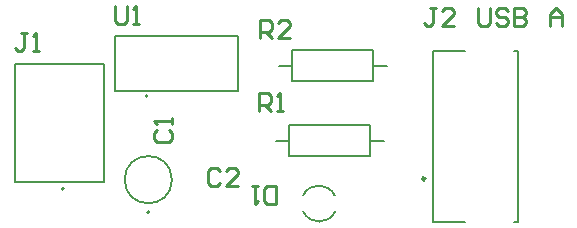
<source format=gbr>
%TF.GenerationSoftware,Altium Limited,Altium Designer,24.5.2 (23)*%
G04 Layer_Color=65535*
%FSLAX45Y45*%
%MOMM*%
%TF.SameCoordinates,212D60A0-F292-481F-8A48-AB94694DD674*%
%TF.FilePolarity,Positive*%
%TF.FileFunction,Legend,Top*%
%TF.Part,Single*%
G01*
G75*
%TA.AperFunction,NonConductor*%
%ADD24C,0.12700*%
%ADD25C,0.20000*%
%ADD26C,0.30000*%
%ADD27C,0.25400*%
D24*
X5351237Y2913802D02*
G03*
X5083230Y2913802I-134004J-62487D01*
G01*
X5086163Y2777798D02*
G03*
X5354170Y2777798I134004J62487D01*
G01*
X3973100Y3048000D02*
G03*
X3973100Y3048000I-200000J0D01*
G01*
X4850602Y3378200D02*
X4968601D01*
X5648599D02*
X5766603D01*
X4968601Y3248198D02*
X5648599D01*
X4968601D02*
Y3378200D01*
Y3508202D01*
X5648599D01*
Y3378200D02*
Y3508202D01*
Y3248198D02*
Y3378200D01*
X3493201Y3801100D02*
X4533199D01*
Y4261099D01*
X3493201D02*
X4533199D01*
X3493201Y3801100D02*
Y4261099D01*
X4876002Y4013200D02*
X4994001D01*
X5673999D02*
X5792003D01*
X4994001Y3883198D02*
X5673999D01*
X4994001D02*
Y4013200D01*
Y4143202D01*
X5673999D01*
Y4013200D02*
Y4143202D01*
Y3883198D02*
Y4013200D01*
X6869801Y2691298D02*
X6899798D01*
Y4141302D01*
X6869801D02*
X6899798D01*
X6179800D02*
X6454800D01*
X6179800Y2691298D02*
Y4141302D01*
Y2691298D02*
X6454800D01*
X2648001Y4030599D02*
X3398002D01*
Y3030601D02*
Y4030599D01*
X2648001Y3030601D02*
X3398002D01*
X2648001D02*
Y4030599D01*
D25*
X3783100Y2773000D02*
G03*
X3783100Y2773000I-10000J0D01*
G01*
X3768200Y3755600D02*
G03*
X3768200Y3755600I-10000J0D01*
G01*
X3058000Y2970600D02*
G03*
X3058000Y2970600I-10000J0D01*
G01*
D26*
X6114800Y3056300D02*
G03*
X6114800Y3056300I-10000J0D01*
G01*
D27*
X4851367Y2844824D02*
Y2997175D01*
X4775192D01*
X4749800Y2971783D01*
Y2870216D01*
X4775192Y2844824D01*
X4851367D01*
X4699016Y2997175D02*
X4648233D01*
X4673624D01*
Y2844824D01*
X4699016Y2870216D01*
X4711733Y3632225D02*
Y3784575D01*
X4787908D01*
X4813300Y3759183D01*
Y3708400D01*
X4787908Y3683008D01*
X4711733D01*
X4762517D02*
X4813300Y3632225D01*
X4864084D02*
X4914867D01*
X4889476D01*
Y3784575D01*
X4864084Y3759183D01*
X3849316Y3465900D02*
X3823925Y3440508D01*
Y3389725D01*
X3849316Y3364333D01*
X3950883D01*
X3976275Y3389725D01*
Y3440508D01*
X3950883Y3465900D01*
X3976275Y3516684D02*
Y3567467D01*
Y3542076D01*
X3823925D01*
X3849316Y3516684D01*
X3489960Y4516071D02*
Y4389112D01*
X3515352Y4363720D01*
X3566135D01*
X3591527Y4389112D01*
Y4516071D01*
X3642311Y4363720D02*
X3693094D01*
X3667703D01*
Y4516071D01*
X3642311Y4490679D01*
X4721860Y4246880D02*
Y4399231D01*
X4798035D01*
X4823427Y4373839D01*
Y4323055D01*
X4798035Y4297663D01*
X4721860D01*
X4772643D02*
X4823427Y4246880D01*
X4975778D02*
X4874211D01*
X4975778Y4348447D01*
Y4373839D01*
X4950386Y4399231D01*
X4899603D01*
X4874211Y4373839D01*
X6207727Y4503371D02*
X6156943D01*
X6182335D01*
Y4376412D01*
X6156943Y4351020D01*
X6131552D01*
X6106160Y4376412D01*
X6360078Y4351020D02*
X6258511D01*
X6360078Y4452587D01*
Y4477979D01*
X6334686Y4503371D01*
X6283903D01*
X6258511Y4477979D01*
X6563212Y4503371D02*
Y4376412D01*
X6588604Y4351020D01*
X6639388D01*
X6664779Y4376412D01*
Y4503371D01*
X6817130Y4477979D02*
X6791738Y4503371D01*
X6740955D01*
X6715563Y4477979D01*
Y4452587D01*
X6740955Y4427195D01*
X6791738D01*
X6817130Y4401803D01*
Y4376412D01*
X6791738Y4351020D01*
X6740955D01*
X6715563Y4376412D01*
X6867914Y4503371D02*
Y4351020D01*
X6944089D01*
X6969481Y4376412D01*
Y4401803D01*
X6944089Y4427195D01*
X6867914D01*
X6944089D01*
X6969481Y4452587D01*
Y4477979D01*
X6944089Y4503371D01*
X6867914D01*
X7172615Y4351020D02*
Y4452587D01*
X7223399Y4503371D01*
X7274182Y4452587D01*
Y4351020D01*
Y4427195D01*
X7172615D01*
X2748247Y4287471D02*
X2697463D01*
X2722855D01*
Y4160512D01*
X2697463Y4135120D01*
X2672072D01*
X2646680Y4160512D01*
X2799031Y4135120D02*
X2849814D01*
X2824423D01*
Y4287471D01*
X2799031Y4262079D01*
X4376387Y3119079D02*
X4350995Y3144471D01*
X4300212D01*
X4274820Y3119079D01*
Y3017512D01*
X4300212Y2992120D01*
X4350995D01*
X4376387Y3017512D01*
X4528738Y2992120D02*
X4427171D01*
X4528738Y3093687D01*
Y3119079D01*
X4503346Y3144471D01*
X4452563D01*
X4427171Y3119079D01*
%TF.MD5,08a01b3f9e110bb2c94d9cc6e3812175*%
M02*

</source>
